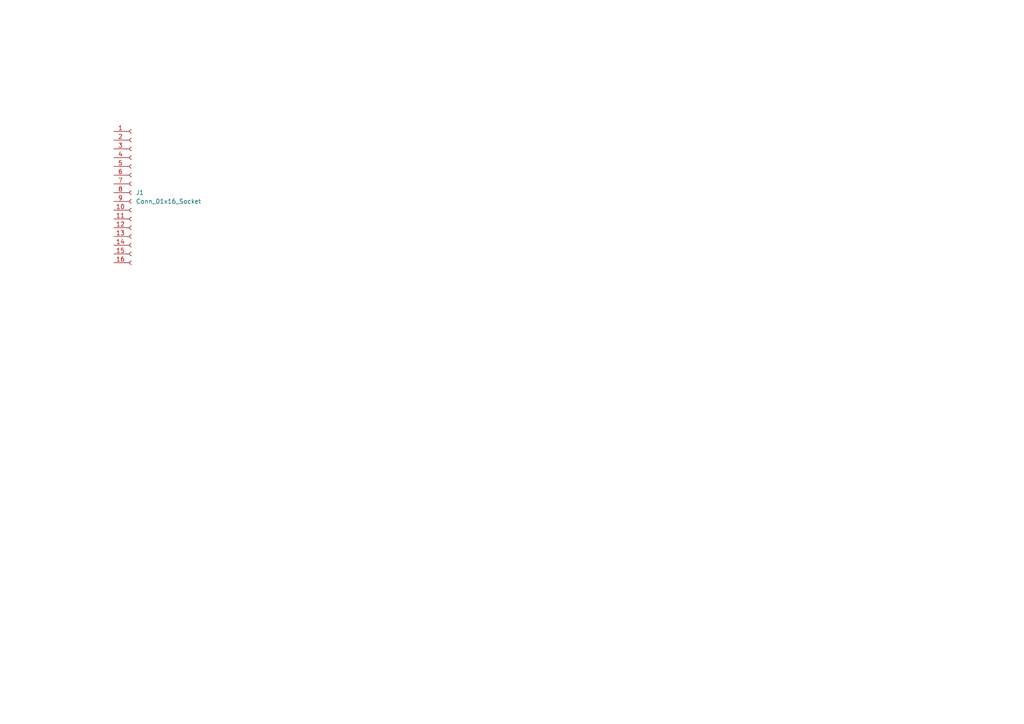
<source format=kicad_sch>
(kicad_sch (version 20230121) (generator eeschema)
  (paper "A4")
  (lib_symbols
    (symbol "Connector:Conn_01x16_Socket" (pin_names (offset 1.016) hide)
      (property "Reference" "J" (at 0 20.32 0))
      (property "Value" "Conn_01x16_Socket" (at 0 -22.86 0))
      (symbol "Conn_01x16_Socket_1_1"
        (arc (start 0 -19.812) (mid -0.5058 -20.32) (end 0 -20.828) (stroke (width 0.1524)))
        (arc (start 0 -17.272) (mid -0.5058 -17.78) (end 0 -18.288) (stroke (width 0.1524)))
        (arc (start 0 -14.732) (mid -0.5058 -15.24) (end 0 -15.748) (stroke (width 0.1524)))
        (arc (start 0 -12.192) (mid -0.5058 -12.7) (end 0 -13.208) (stroke (width 0.1524)))
        (arc (start 0 -9.652) (mid -0.5058 -10.16) (end 0 -10.668) (stroke (width 0.1524)))
        (arc (start 0 -7.112) (mid -0.5058 -7.62) (end 0 -8.128) (stroke (width 0.1524)))
        (arc (start 0 -4.572) (mid -0.5058 -5.08) (end 0 -5.588) (stroke (width 0.1524)))
        (arc (start 0 -2.032) (mid -0.5058 -2.54) (end 0 -3.048) (stroke (width 0.1524)))
        (polyline (pts (xy -1.27 -20.32) (xy -0.508 -20.32)) (stroke (width 0.1524)))
        (polyline (pts (xy -1.27 -17.78) (xy -0.508 -17.78)) (stroke (width 0.1524)))
        (polyline (pts (xy -1.27 -15.24) (xy -0.508 -15.24)) (stroke (width 0.1524)))
        (polyline (pts (xy -1.27 -12.7) (xy -0.508 -12.7)) (stroke (width 0.1524)))
        (polyline (pts (xy -1.27 -10.16) (xy -0.508 -10.16)) (stroke (width 0.1524)))
        (polyline (pts (xy -1.27 -7.62) (xy -0.508 -7.62)) (stroke (width 0.1524)))
        (polyline (pts (xy -1.27 -5.08) (xy -0.508 -5.08)) (stroke (width 0.1524)))
        (polyline (pts (xy -1.27 -2.54) (xy -0.508 -2.54)) (stroke (width 0.1524)))
        (polyline (pts (xy -1.27 0) (xy -0.508 0)) (stroke (width 0.1524)))
        (polyline (pts (xy -1.27 2.54) (xy -0.508 2.54)) (stroke (width 0.1524)))
        (polyline (pts (xy -1.27 5.08) (xy -0.508 5.08)) (stroke (width 0.1524)))
        (polyline (pts (xy -1.27 7.62) (xy -0.508 7.62)) (stroke (width 0.1524)))
        (polyline (pts (xy -1.27 10.16) (xy -0.508 10.16)) (stroke (width 0.1524)))
        (polyline (pts (xy -1.27 12.7) (xy -0.508 12.7)) (stroke (width 0.1524)))
        (polyline (pts (xy -1.27 15.24) (xy -0.508 15.24)) (stroke (width 0.1524)))
        (polyline (pts (xy -1.27 17.78) (xy -0.508 17.78)) (stroke (width 0.1524)))
        (arc (start 0 0.508) (mid -0.5058 0) (end 0 -0.508) (stroke (width 0.1524)))
        (arc (start 0 3.048) (mid -0.5058 2.54) (end 0 2.032) (stroke (width 0.1524)))
        (arc (start 0 5.588) (mid -0.5058 5.08) (end 0 4.572) (stroke (width 0.1524)))
        (arc (start 0 8.128) (mid -0.5058 7.62) (end 0 7.112) (stroke (width 0.1524)))
        (arc (start 0 10.668) (mid -0.5058 10.16) (end 0 9.652) (stroke (width 0.1524)))
        (arc (start 0 13.208) (mid -0.5058 12.7) (end 0 12.192) (stroke (width 0.1524)))
        (arc (start 0 15.748) (mid -0.5058 15.24) (end 0 14.732) (stroke (width 0.1524)))
        (arc (start 0 18.288) (mid -0.5058 17.78) (end 0 17.272) (stroke (width 0.1524)))
        (pin passive line (at -5.08 17.78 0) (length 3.81) (name "Pin_1") (number "1"))
        (pin passive line (at -5.08 -5.08 0) (length 3.81) (name "Pin_10") (number "10"))
        (pin passive line (at -5.08 -7.62 0) (length 3.81) (name "Pin_11") (number "11"))
        (pin passive line (at -5.08 -10.16 0) (length 3.81) (name "Pin_12") (number "12"))
        (pin passive line (at -5.08 -12.7 0) (length 3.81) (name "Pin_13") (number "13"))
        (pin passive line (at -5.08 -15.24 0) (length 3.81) (name "Pin_14") (number "14"))
        (pin passive line (at -5.08 -17.78 0) (length 3.81) (name "Pin_15") (number "15"))
        (pin passive line (at -5.08 -20.32 0) (length 3.81) (name "Pin_16") (number "16"))
        (pin passive line (at -5.08 15.24 0) (length 3.81) (name "Pin_2") (number "2"))
        (pin passive line (at -5.08 12.7 0) (length 3.81) (name "Pin_3") (number "3"))
        (pin passive line (at -5.08 10.16 0) (length 3.81) (name "Pin_4") (number "4"))
        (pin passive line (at -5.08 7.62 0) (length 3.81) (name "Pin_5") (number "5"))
        (pin passive line (at -5.08 5.08 0) (length 3.81) (name "Pin_6") (number "6"))
        (pin passive line (at -5.08 2.54 0) (length 3.81) (name "Pin_7") (number "7"))
        (pin passive line (at -5.08 0 0) (length 3.81) (name "Pin_8") (number "8"))
        (pin passive line (at -5.08 -2.54 0) (length 3.81) (name "Pin_9") (number "9"))
      )
    )
  )
  (symbol (lib_id "Connector:Conn_01x16_Socket") (at 38.1 55.88 0) (unit 1)
    (property "Reference" "J1" (at 39.37 55.88 0) (effects (justify left)))
    (property "Value" "Conn_01x16_Socket" (at 39.37 58.42 0) (effects (justify left)))
  )
)
</source>
